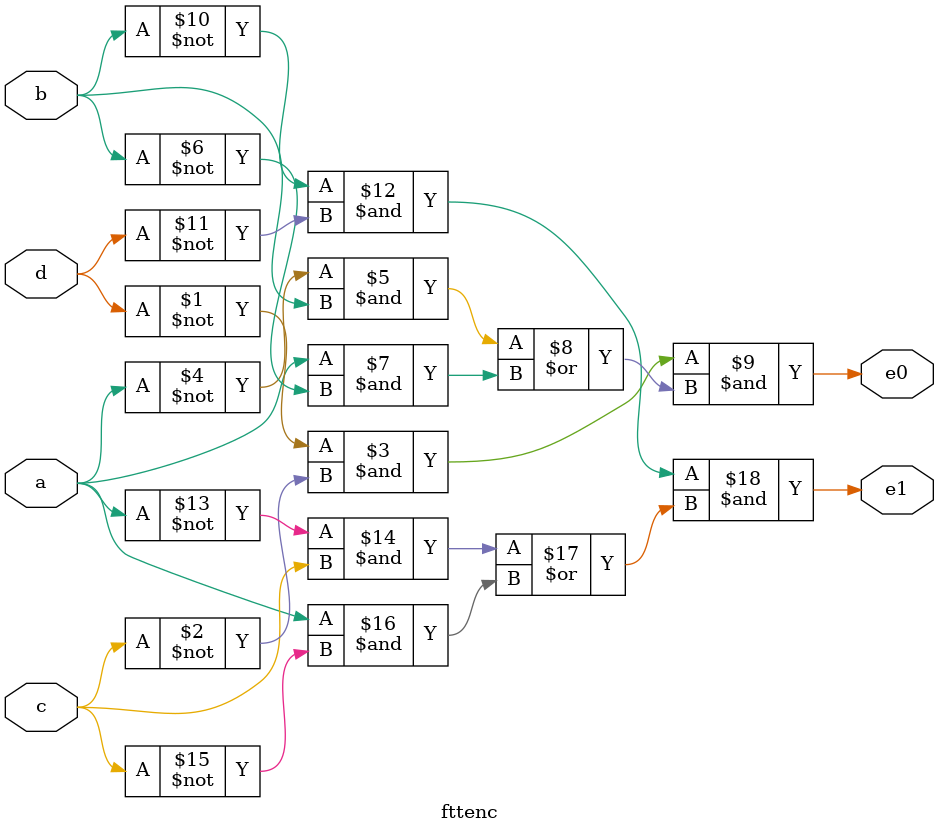
<source format=v>
`timescale 1ns / 1ps

module fttenc(
    input a, b, c, d,
    output e0, e1
    );
assign e0 = (~d)&(~c)&((~a)&b | a&(~b));
assign e1 = (~b)&(~d)&((~a)&c | a&(~c));    

endmodule

</source>
